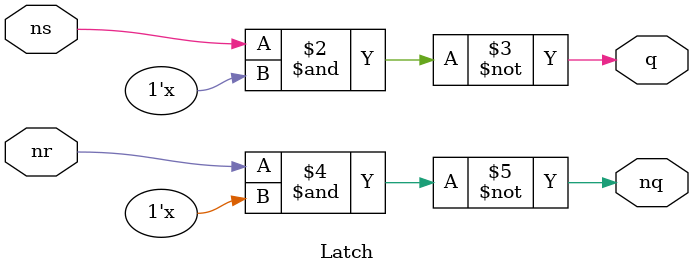
<source format=v>
module Latch(
  input ns,
  input nr,
  output q,
  output nq
);

  reg q;
  reg nq;

  always @( * ) begin
    q  <= ns ~& nq;
    nq <= nr ~& q;
  end

endmodule

</source>
